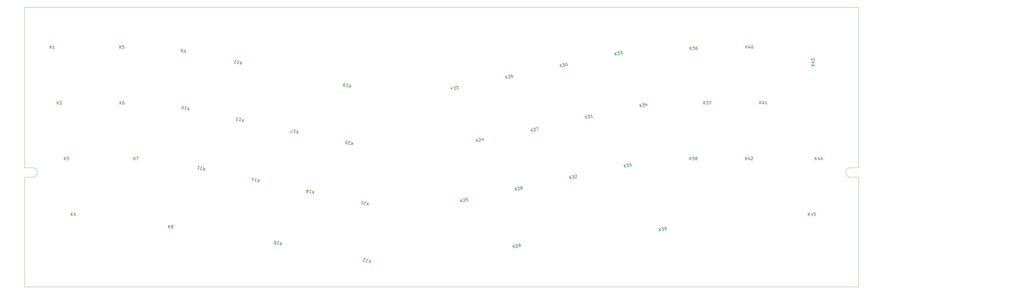
<source format=gto>
%TF.GenerationSoftware,KiCad,Pcbnew,(6.0.6)*%
%TF.CreationDate,2022-07-10T17:12:38+03:00*%
%TF.ProjectId,liisa,6c696973-612e-46b6-9963-61645f706362,rev?*%
%TF.SameCoordinates,Original*%
%TF.FileFunction,Legend,Top*%
%TF.FilePolarity,Positive*%
%FSLAX46Y46*%
G04 Gerber Fmt 4.6, Leading zero omitted, Abs format (unit mm)*
G04 Created by KiCad (PCBNEW (6.0.6)) date 2022-07-10 17:12:38*
%MOMM*%
%LPD*%
G01*
G04 APERTURE LIST*
G04 Aperture macros list*
%AMHorizOval*
0 Thick line with rounded ends*
0 $1 width*
0 $2 $3 position (X,Y) of the first rounded end (center of the circle)*
0 $4 $5 position (X,Y) of the second rounded end (center of the circle)*
0 Add line between two ends*
20,1,$1,$2,$3,$4,$5,0*
0 Add two circle primitives to create the rounded ends*
1,1,$1,$2,$3*
1,1,$1,$4,$5*%
G04 Aperture macros list end*
%TA.AperFunction,Profile*%
%ADD10C,0.100000*%
%TD*%
%ADD11C,0.200000*%
%ADD12C,4.000000*%
%ADD13O,6.700000X4.000000*%
%ADD14HorizOval,4.000000X-1.103684X-0.586839X1.103684X0.586839X0*%
%ADD15C,3.987800*%
%ADD16C,1.701800*%
%ADD17HorizOval,2.500000X-0.788523X0.802407X0.788523X-0.802407X0*%
%ADD18HorizOval,2.500000X-0.079448X0.278905X0.079448X-0.278905X0*%
%ADD19HorizOval,2.500000X-0.393983X1.053756X0.393983X-1.053756X0*%
%ADD20HorizOval,2.500000X0.040861X0.287107X-0.040861X-0.287107X0*%
%ADD21HorizOval,2.500000X-0.604462X0.948815X0.604462X-0.948815X0*%
%ADD22HorizOval,2.500000X-0.019724X0.289328X0.019724X-0.289328X0*%
%ADD23C,3.048000*%
%ADD24HorizOval,2.500000X0.948815X0.604462X-0.948815X-0.604462X0*%
%ADD25HorizOval,2.500000X0.289328X0.019724X-0.289328X-0.019724X0*%
%ADD26C,1.700000*%
%ADD27R,1.700000X1.700000*%
G04 APERTURE END LIST*
D10*
X320410000Y-113520000D02*
X320410000Y-76010000D01*
X38210000Y-72820000D02*
X35410000Y-72820000D01*
X368553350Y-22485001D02*
X368553350Y-22485001D01*
X35410000Y-17920000D02*
X320410000Y-17920000D01*
X38210000Y-76020000D02*
G75*
G03*
X38210000Y-72820000I0J1600000D01*
G01*
X320410000Y-76010000D02*
X317610000Y-76010000D01*
X320410000Y-17920000D02*
X320410000Y-72810000D01*
X35410000Y-76020000D02*
X35410000Y-113520000D01*
X38210000Y-76020000D02*
X35410000Y-76020000D01*
X320410000Y-72810000D02*
X317610000Y-72810000D01*
X317610000Y-72810000D02*
G75*
G03*
X317610000Y-76010000I0J-1600000D01*
G01*
X320410000Y-113520000D02*
X35410000Y-113520000D01*
X35410000Y-72820000D02*
X35410000Y-17920000D01*
D11*
%TO.C,K24*%
X189913433Y-63994360D02*
X189705521Y-63016212D01*
X190472375Y-63875553D02*
X189934362Y-63405717D01*
X190264463Y-62897406D02*
X189824328Y-63575154D01*
X190656892Y-62911358D02*
X190693570Y-62854879D01*
X190776826Y-62788500D01*
X191009718Y-62738997D01*
X191112776Y-62765774D01*
X191169255Y-62802452D01*
X191235634Y-62885708D01*
X191255435Y-62978865D01*
X191238559Y-63128501D01*
X190798424Y-63806249D01*
X191403944Y-63677542D01*
X192103748Y-62847234D02*
X192242356Y-63499332D01*
X191791651Y-62524109D02*
X191707268Y-63272289D01*
X192312787Y-63143581D01*
%TO.C,K14*%
X115691818Y-76792184D02*
X115483907Y-77770332D01*
X115132877Y-76673378D02*
X115433276Y-77321424D01*
X114924965Y-77651525D02*
X115602713Y-77211390D01*
X114201308Y-76475367D02*
X114760249Y-76594173D01*
X114480779Y-76534770D02*
X114272867Y-77512917D01*
X114395725Y-77392983D01*
X114508683Y-77319627D01*
X114611741Y-77292850D01*
X113224288Y-76949255D02*
X113362896Y-76297157D01*
X113377976Y-77371385D02*
X113759376Y-76722211D01*
X113153856Y-76593504D01*
%TO.C,K34*%
X245814568Y-52112207D02*
X245606656Y-51134059D01*
X246373510Y-51993400D02*
X245835497Y-51523564D01*
X246165598Y-51015253D02*
X245725463Y-51693001D01*
X246491647Y-50945949D02*
X247097167Y-50817242D01*
X246850322Y-51259173D01*
X246990058Y-51229472D01*
X247093115Y-51256249D01*
X247149594Y-51292927D01*
X247215974Y-51376183D01*
X247265477Y-51609075D01*
X247238699Y-51712133D01*
X247202021Y-51768612D01*
X247118765Y-51834991D01*
X246839294Y-51894395D01*
X246736237Y-51867617D01*
X246679758Y-51830940D01*
X248004883Y-50965081D02*
X248143491Y-51617179D01*
X247692786Y-50641956D02*
X247608403Y-51390136D01*
X248213922Y-51261428D01*
%TO.C,K13*%
X110335680Y-56178112D02*
X110127769Y-57156260D01*
X109776739Y-56059306D02*
X110077138Y-56707352D01*
X109568827Y-57037453D02*
X110246575Y-56597318D01*
X108845170Y-55861295D02*
X109404111Y-55980101D01*
X109124641Y-55920698D02*
X108916729Y-56898845D01*
X109039587Y-56778911D01*
X109152545Y-56705555D01*
X109255603Y-56678778D01*
X108311209Y-56770138D02*
X107705689Y-56641431D01*
X108110943Y-56338107D01*
X107971207Y-56308406D01*
X107887951Y-56242026D01*
X107851273Y-56185547D01*
X107824496Y-56082490D01*
X107873998Y-55849597D01*
X107940378Y-55766341D01*
X107996857Y-55729663D01*
X108099915Y-55702886D01*
X108379385Y-55762289D01*
X108462642Y-55828669D01*
X108499320Y-55885148D01*
%TO.C,K18*%
X134325530Y-80752902D02*
X134117619Y-81731050D01*
X133766589Y-80634096D02*
X134066988Y-81282142D01*
X133558677Y-81612243D02*
X134236425Y-81172108D01*
X132835020Y-80436085D02*
X133393961Y-80554891D01*
X133114491Y-80495488D02*
X132906579Y-81473635D01*
X133029437Y-81353701D01*
X133142395Y-81280345D01*
X133245453Y-81253568D01*
X132157272Y-80876219D02*
X132240528Y-80942599D01*
X132277206Y-80999078D01*
X132303983Y-81102135D01*
X132294083Y-81148714D01*
X132227703Y-81231970D01*
X132171224Y-81268648D01*
X132068167Y-81295425D01*
X131881853Y-81255823D01*
X131798596Y-81189444D01*
X131761919Y-81132965D01*
X131735141Y-81029907D01*
X131745042Y-80983329D01*
X131811421Y-80900072D01*
X131867900Y-80863394D01*
X131970958Y-80836617D01*
X132157272Y-80876219D01*
X132260329Y-80849442D01*
X132316808Y-80812764D01*
X132383188Y-80729508D01*
X132422790Y-80543194D01*
X132396013Y-80440136D01*
X132359335Y-80383657D01*
X132276078Y-80317278D01*
X132089765Y-80277676D01*
X131986707Y-80304453D01*
X131930228Y-80341131D01*
X131863848Y-80424387D01*
X131824246Y-80610701D01*
X131851024Y-80713759D01*
X131887701Y-80770238D01*
X131970958Y-80836617D01*
%TO.C,K31*%
X227180857Y-56072926D02*
X226972945Y-55094778D01*
X227739799Y-55954119D02*
X227201786Y-55484283D01*
X227531887Y-54975972D02*
X227091752Y-55653720D01*
X227857936Y-54906668D02*
X228463456Y-54777961D01*
X228216611Y-55219892D01*
X228356347Y-55190191D01*
X228459404Y-55216968D01*
X228515883Y-55253646D01*
X228582263Y-55336902D01*
X228631766Y-55569794D01*
X228604988Y-55672852D01*
X228568310Y-55729331D01*
X228485054Y-55795710D01*
X228205583Y-55855114D01*
X228102526Y-55828336D01*
X228046047Y-55791659D01*
X229602937Y-55558097D02*
X229043995Y-55676904D01*
X229323466Y-55617500D02*
X229115554Y-54639353D01*
X229052099Y-54798889D01*
X228978743Y-54911847D01*
X228895487Y-54978227D01*
%TO.C,K17*%
X128969392Y-60138832D02*
X128761481Y-61116980D01*
X128410451Y-60020026D02*
X128710850Y-60668072D01*
X128202539Y-60998173D02*
X128880287Y-60558038D01*
X127478882Y-59822015D02*
X128037823Y-59940821D01*
X127758353Y-59881418D02*
X127550441Y-60859565D01*
X127673299Y-60739631D01*
X127786257Y-60666275D01*
X127889315Y-60639498D01*
X126944921Y-60730858D02*
X126292823Y-60592250D01*
X126919940Y-59703208D01*
%TO.C,K25*%
X184557295Y-84608431D02*
X184349383Y-83630283D01*
X185116237Y-84489624D02*
X184578224Y-84019788D01*
X184908325Y-83511477D02*
X184468190Y-84189225D01*
X185300754Y-83525429D02*
X185337432Y-83468950D01*
X185420688Y-83402571D01*
X185653580Y-83353068D01*
X185756638Y-83379845D01*
X185813117Y-83416523D01*
X185879496Y-83499779D01*
X185899297Y-83592936D01*
X185882421Y-83742572D01*
X185442286Y-84420320D01*
X186047806Y-84291613D01*
X186724885Y-83125355D02*
X186259100Y-83224361D01*
X186311527Y-83700046D01*
X186348205Y-83643567D01*
X186431462Y-83577187D01*
X186664354Y-83527684D01*
X186767411Y-83554462D01*
X186823890Y-83591140D01*
X186890270Y-83674396D01*
X186939773Y-83907288D01*
X186912995Y-84010346D01*
X186876317Y-84066825D01*
X186793061Y-84133204D01*
X186560169Y-84182707D01*
X186457111Y-84155930D01*
X186400632Y-84119252D01*
%TO.C,K26*%
X199927999Y-42390110D02*
X199720087Y-41411962D01*
X200486941Y-42271303D02*
X199948928Y-41801467D01*
X200279029Y-41293156D02*
X199838894Y-41970904D01*
X200671458Y-41307108D02*
X200708136Y-41250629D01*
X200791392Y-41184250D01*
X201024284Y-41134747D01*
X201127342Y-41161524D01*
X201183821Y-41198202D01*
X201250200Y-41281458D01*
X201270001Y-41374615D01*
X201253125Y-41524251D01*
X200812990Y-42201999D01*
X201418510Y-42073292D01*
X202049010Y-40916935D02*
X201862696Y-40956537D01*
X201779440Y-41022916D01*
X201742762Y-41079395D01*
X201679307Y-41238932D01*
X201672331Y-41435146D01*
X201751535Y-41807774D01*
X201817915Y-41891030D01*
X201874394Y-41927708D01*
X201977451Y-41954486D01*
X202163765Y-41914883D01*
X202247021Y-41848504D01*
X202283699Y-41792025D01*
X202310477Y-41688967D01*
X202260974Y-41456075D01*
X202194594Y-41372819D01*
X202138115Y-41336141D01*
X202035058Y-41309363D01*
X201848744Y-41348966D01*
X201765488Y-41415345D01*
X201728810Y-41471824D01*
X201702032Y-41574882D01*
%TO.C,K37*%
X267514464Y-51077880D02*
X267514464Y-50077880D01*
X268085892Y-51077880D02*
X267657321Y-50506452D01*
X268085892Y-50077880D02*
X267514464Y-50649309D01*
X268419226Y-50077880D02*
X269038273Y-50077880D01*
X268704940Y-50458833D01*
X268847797Y-50458833D01*
X268943035Y-50506452D01*
X268990654Y-50554071D01*
X269038273Y-50649309D01*
X269038273Y-50887404D01*
X268990654Y-50982642D01*
X268943035Y-51030261D01*
X268847797Y-51077880D01*
X268562083Y-51077880D01*
X268466845Y-51030261D01*
X268419226Y-50982642D01*
X269371607Y-50077880D02*
X270038273Y-50077880D01*
X269609702Y-51077880D01*
%TO.C,K22*%
X153749878Y-104342381D02*
X153541967Y-105320529D01*
X153190937Y-104223575D02*
X153491336Y-104871621D01*
X152983025Y-105201722D02*
X153660773Y-104761587D01*
X152630199Y-105029361D02*
X152573720Y-105066039D01*
X152470662Y-105092816D01*
X152237770Y-105043313D01*
X152154514Y-104976934D01*
X152117836Y-104920455D01*
X152091058Y-104817397D01*
X152110859Y-104724240D01*
X152187140Y-104594406D01*
X152864888Y-104154271D01*
X152259368Y-104025564D01*
X151698630Y-104831350D02*
X151642151Y-104868028D01*
X151539093Y-104894805D01*
X151306201Y-104845302D01*
X151222944Y-104778923D01*
X151186267Y-104722444D01*
X151159489Y-104619386D01*
X151179290Y-104526229D01*
X151255570Y-104396394D01*
X151933319Y-103956260D01*
X151327799Y-103827552D01*
%TO.C,K21*%
X152959242Y-84713620D02*
X152751331Y-85691768D01*
X152400301Y-84594814D02*
X152700700Y-85242860D01*
X152192389Y-85572961D02*
X152870137Y-85132826D01*
X151839563Y-85400600D02*
X151783084Y-85437278D01*
X151680026Y-85464055D01*
X151447134Y-85414552D01*
X151363878Y-85348173D01*
X151327200Y-85291694D01*
X151300422Y-85188636D01*
X151320223Y-85095479D01*
X151396504Y-84965645D01*
X152074252Y-84525510D01*
X151468732Y-84396803D01*
X150537163Y-84198791D02*
X151096104Y-84317598D01*
X150816633Y-84258195D02*
X150608722Y-85236342D01*
X150731580Y-85116408D01*
X150844538Y-85043052D01*
X150947596Y-85016275D01*
%TO.C,K2*%
X46534404Y-51077880D02*
X46534404Y-50077880D01*
X47105833Y-51077880D02*
X46677261Y-50506452D01*
X47105833Y-50077880D02*
X46534404Y-50649309D01*
X47486785Y-50173119D02*
X47534404Y-50125500D01*
X47629642Y-50077880D01*
X47867738Y-50077880D01*
X47962976Y-50125500D01*
X48010595Y-50173119D01*
X48058214Y-50268357D01*
X48058214Y-50363595D01*
X48010595Y-50506452D01*
X47439166Y-51077880D01*
X48058214Y-51077880D01*
%TO.C,K6*%
X67965654Y-51077880D02*
X67965654Y-50077880D01*
X68537083Y-51077880D02*
X68108511Y-50506452D01*
X68537083Y-50077880D02*
X67965654Y-50649309D01*
X69394226Y-50077880D02*
X69203750Y-50077880D01*
X69108511Y-50125500D01*
X69060892Y-50173119D01*
X68965654Y-50315976D01*
X68918035Y-50506452D01*
X68918035Y-50887404D01*
X68965654Y-50982642D01*
X69013273Y-51030261D01*
X69108511Y-51077880D01*
X69298988Y-51077880D01*
X69394226Y-51030261D01*
X69441845Y-50982642D01*
X69489464Y-50887404D01*
X69489464Y-50649309D01*
X69441845Y-50554071D01*
X69394226Y-50506452D01*
X69298988Y-50458833D01*
X69108511Y-50458833D01*
X69013273Y-50506452D01*
X68965654Y-50554071D01*
X68918035Y-50649309D01*
%TO.C,K38*%
X262751964Y-70127880D02*
X262751964Y-69127880D01*
X263323392Y-70127880D02*
X262894821Y-69556452D01*
X263323392Y-69127880D02*
X262751964Y-69699309D01*
X263656726Y-69127880D02*
X264275773Y-69127880D01*
X263942440Y-69508833D01*
X264085297Y-69508833D01*
X264180535Y-69556452D01*
X264228154Y-69604071D01*
X264275773Y-69699309D01*
X264275773Y-69937404D01*
X264228154Y-70032642D01*
X264180535Y-70080261D01*
X264085297Y-70127880D01*
X263799583Y-70127880D01*
X263704345Y-70080261D01*
X263656726Y-70032642D01*
X264847202Y-69556452D02*
X264751964Y-69508833D01*
X264704345Y-69461214D01*
X264656726Y-69365976D01*
X264656726Y-69318357D01*
X264704345Y-69223119D01*
X264751964Y-69175500D01*
X264847202Y-69127880D01*
X265037678Y-69127880D01*
X265132916Y-69175500D01*
X265180535Y-69223119D01*
X265228154Y-69318357D01*
X265228154Y-69365976D01*
X265180535Y-69461214D01*
X265132916Y-69508833D01*
X265037678Y-69556452D01*
X264847202Y-69556452D01*
X264751964Y-69604071D01*
X264704345Y-69651690D01*
X264656726Y-69746928D01*
X264656726Y-69937404D01*
X264704345Y-70032642D01*
X264751964Y-70080261D01*
X264847202Y-70127880D01*
X265037678Y-70127880D01*
X265132916Y-70080261D01*
X265180535Y-70032642D01*
X265228154Y-69937404D01*
X265228154Y-69746928D01*
X265180535Y-69651690D01*
X265132916Y-69604071D01*
X265037678Y-69556452D01*
%TO.C,K1*%
X44153154Y-32027880D02*
X44153154Y-31027880D01*
X44724583Y-32027880D02*
X44296011Y-31456452D01*
X44724583Y-31027880D02*
X44153154Y-31599309D01*
X45676964Y-32027880D02*
X45105535Y-32027880D01*
X45391250Y-32027880D02*
X45391250Y-31027880D01*
X45296011Y-31170738D01*
X45200773Y-31265976D01*
X45105535Y-31313595D01*
%TO.C,K7*%
X72728154Y-70127880D02*
X72728154Y-69127880D01*
X73299583Y-70127880D02*
X72871011Y-69556452D01*
X73299583Y-69127880D02*
X72728154Y-69699309D01*
X73632916Y-69127880D02*
X74299583Y-69127880D01*
X73871011Y-70127880D01*
%TO.C,K11*%
X97058106Y-72831466D02*
X96850195Y-73809614D01*
X96499165Y-72712660D02*
X96799564Y-73360706D01*
X96291253Y-73690807D02*
X96969001Y-73250672D01*
X95567596Y-72514649D02*
X96126537Y-72633455D01*
X95847067Y-72574052D02*
X95639155Y-73552199D01*
X95762013Y-73432265D01*
X95874971Y-73358909D01*
X95978029Y-73332132D01*
X94636027Y-72316637D02*
X95194968Y-72435444D01*
X94915497Y-72376041D02*
X94707586Y-73354188D01*
X94830444Y-73234254D01*
X94943402Y-73160898D01*
X95046460Y-73134121D01*
%TO.C,K28*%
X203191007Y-80647714D02*
X202983095Y-79669566D01*
X203749949Y-80528907D02*
X203211936Y-80059071D01*
X203542037Y-79550760D02*
X203101902Y-80228508D01*
X203934466Y-79564712D02*
X203971144Y-79508233D01*
X204054400Y-79441854D01*
X204287292Y-79392351D01*
X204390350Y-79419128D01*
X204446829Y-79455806D01*
X204513208Y-79539062D01*
X204533009Y-79632219D01*
X204516133Y-79781855D01*
X204075998Y-80459603D01*
X204681518Y-80330896D01*
X205121653Y-79653148D02*
X205018595Y-79626371D01*
X204962116Y-79589693D01*
X204895737Y-79506436D01*
X204885836Y-79459858D01*
X204912613Y-79356801D01*
X204949291Y-79300322D01*
X205032548Y-79233942D01*
X205218861Y-79194340D01*
X205321919Y-79221117D01*
X205378398Y-79257795D01*
X205444777Y-79341051D01*
X205454678Y-79387630D01*
X205427901Y-79490687D01*
X205391223Y-79547166D01*
X205307966Y-79613546D01*
X205121653Y-79653148D01*
X205038396Y-79719528D01*
X205001718Y-79776007D01*
X204974941Y-79879064D01*
X205014543Y-80065378D01*
X205080923Y-80148634D01*
X205137402Y-80185312D01*
X205240459Y-80212090D01*
X205426773Y-80172487D01*
X205510029Y-80106108D01*
X205546707Y-80049629D01*
X205573485Y-79946571D01*
X205533882Y-79760257D01*
X205467503Y-79677001D01*
X205411024Y-79640323D01*
X205307966Y-79613546D01*
%TO.C,K8*%
X84634404Y-93447116D02*
X84634404Y-92447116D01*
X85205833Y-93447116D02*
X84777261Y-92875688D01*
X85205833Y-92447116D02*
X84634404Y-93018545D01*
X85777261Y-92875688D02*
X85682023Y-92828069D01*
X85634404Y-92780450D01*
X85586785Y-92685212D01*
X85586785Y-92637593D01*
X85634404Y-92542355D01*
X85682023Y-92494736D01*
X85777261Y-92447116D01*
X85967738Y-92447116D01*
X86062976Y-92494736D01*
X86110595Y-92542355D01*
X86158214Y-92637593D01*
X86158214Y-92685212D01*
X86110595Y-92780450D01*
X86062976Y-92828069D01*
X85967738Y-92875688D01*
X85777261Y-92875688D01*
X85682023Y-92923307D01*
X85634404Y-92970926D01*
X85586785Y-93066164D01*
X85586785Y-93256640D01*
X85634404Y-93351878D01*
X85682023Y-93399497D01*
X85777261Y-93447116D01*
X85967738Y-93447116D01*
X86062976Y-93399497D01*
X86110595Y-93351878D01*
X86158214Y-93256640D01*
X86158214Y-93066164D01*
X86110595Y-92970926D01*
X86062976Y-92923307D01*
X85967738Y-92875688D01*
%TO.C,K41*%
X286656371Y-51063324D02*
X286656371Y-50063324D01*
X287227799Y-51063324D02*
X286799228Y-50491896D01*
X287227799Y-50063324D02*
X286656371Y-50634753D01*
X288084942Y-50396658D02*
X288084942Y-51063324D01*
X287846847Y-50015705D02*
X287608752Y-50729991D01*
X288227799Y-50729991D01*
X289132561Y-51063324D02*
X288561133Y-51063324D01*
X288846847Y-51063324D02*
X288846847Y-50063324D01*
X288751609Y-50206182D01*
X288656371Y-50301420D01*
X288561133Y-50349039D01*
%TO.C,K15*%
X123284754Y-98336131D02*
X123076843Y-99314279D01*
X122725813Y-98217325D02*
X123026212Y-98865371D01*
X122517901Y-99195472D02*
X123195649Y-98755337D01*
X121794244Y-98019314D02*
X122353185Y-98138120D01*
X122073715Y-98078717D02*
X121865803Y-99056864D01*
X121988661Y-98936930D01*
X122101619Y-98863574D01*
X122204677Y-98836797D01*
X120701341Y-98809351D02*
X121167126Y-98908356D01*
X121312710Y-98452472D01*
X121256231Y-98489150D01*
X121153174Y-98515927D01*
X120920281Y-98466425D01*
X120837025Y-98400045D01*
X120800347Y-98343566D01*
X120773570Y-98240509D01*
X120823072Y-98007616D01*
X120889452Y-97924360D01*
X120945931Y-97887682D01*
X121048989Y-97860905D01*
X121281881Y-97910407D01*
X121365137Y-97976787D01*
X121401815Y-98033266D01*
%TO.C,K9*%
X90538474Y-32494499D02*
X90330562Y-33472646D01*
X89979532Y-32375692D02*
X90279932Y-33023739D01*
X89771621Y-33353840D02*
X90449369Y-32913705D01*
X89513748Y-32276687D02*
X89327434Y-32237084D01*
X89224377Y-32263862D01*
X89167898Y-32300540D01*
X89045039Y-32420474D01*
X88958858Y-32596887D01*
X88879654Y-32969515D01*
X88906431Y-33072572D01*
X88943109Y-33129051D01*
X89026365Y-33195431D01*
X89212679Y-33235033D01*
X89315737Y-33208256D01*
X89372216Y-33171578D01*
X89438595Y-33088321D01*
X89488098Y-32855429D01*
X89461321Y-32752372D01*
X89424643Y-32695893D01*
X89341386Y-32629513D01*
X89155073Y-32589911D01*
X89052015Y-32616688D01*
X88995536Y-32653366D01*
X88929157Y-32736622D01*
%TO.C,K45*%
X303233214Y-89177880D02*
X303233214Y-88177880D01*
X303804642Y-89177880D02*
X303376071Y-88606452D01*
X303804642Y-88177880D02*
X303233214Y-88749309D01*
X304661785Y-88511214D02*
X304661785Y-89177880D01*
X304423690Y-88130261D02*
X304185595Y-88844547D01*
X304804642Y-88844547D01*
X305661785Y-88177880D02*
X305185595Y-88177880D01*
X305137976Y-88654071D01*
X305185595Y-88606452D01*
X305280833Y-88558833D01*
X305518928Y-88558833D01*
X305614166Y-88606452D01*
X305661785Y-88654071D01*
X305709404Y-88749309D01*
X305709404Y-88987404D01*
X305661785Y-89082642D01*
X305614166Y-89130261D01*
X305518928Y-89177880D01*
X305280833Y-89177880D01*
X305185595Y-89130261D01*
X305137976Y-89082642D01*
%TO.C,K42*%
X281801964Y-70127880D02*
X281801964Y-69127880D01*
X282373392Y-70127880D02*
X281944821Y-69556452D01*
X282373392Y-69127880D02*
X281801964Y-69699309D01*
X283230535Y-69461214D02*
X283230535Y-70127880D01*
X282992440Y-69080261D02*
X282754345Y-69794547D01*
X283373392Y-69794547D01*
X283706726Y-69223119D02*
X283754345Y-69175500D01*
X283849583Y-69127880D01*
X284087678Y-69127880D01*
X284182916Y-69175500D01*
X284230535Y-69223119D01*
X284278154Y-69318357D01*
X284278154Y-69413595D01*
X284230535Y-69556452D01*
X283659107Y-70127880D01*
X284278154Y-70127880D01*
%TO.C,K35*%
X240458430Y-72726278D02*
X240250518Y-71748130D01*
X241017372Y-72607471D02*
X240479359Y-72137635D01*
X240809460Y-71629324D02*
X240369325Y-72307072D01*
X241135509Y-71560020D02*
X241741029Y-71431313D01*
X241494184Y-71873244D01*
X241633920Y-71843543D01*
X241736977Y-71870320D01*
X241793456Y-71906998D01*
X241859836Y-71990254D01*
X241909339Y-72223146D01*
X241882561Y-72326204D01*
X241845883Y-72382683D01*
X241762627Y-72449062D01*
X241483156Y-72508466D01*
X241380099Y-72481688D01*
X241323620Y-72445011D01*
X242626020Y-71243202D02*
X242160235Y-71342208D01*
X242212662Y-71817893D01*
X242249340Y-71761414D01*
X242332597Y-71695034D01*
X242565489Y-71645531D01*
X242668546Y-71672309D01*
X242725025Y-71708987D01*
X242791405Y-71792243D01*
X242840908Y-72025135D01*
X242814130Y-72128193D01*
X242777452Y-72184672D01*
X242694196Y-72251051D01*
X242461304Y-72300554D01*
X242358246Y-72273777D01*
X242301767Y-72237099D01*
%TO.C,K4*%
X51296904Y-89177880D02*
X51296904Y-88177880D01*
X51868333Y-89177880D02*
X51439761Y-88606452D01*
X51868333Y-88177880D02*
X51296904Y-88749309D01*
X52725476Y-88511214D02*
X52725476Y-89177880D01*
X52487380Y-88130261D02*
X52249285Y-88844547D01*
X52868333Y-88844547D01*
%TO.C,K44*%
X305614464Y-70127880D02*
X305614464Y-69127880D01*
X306185892Y-70127880D02*
X305757321Y-69556452D01*
X306185892Y-69127880D02*
X305614464Y-69699309D01*
X307043035Y-69461214D02*
X307043035Y-70127880D01*
X306804940Y-69080261D02*
X306566845Y-69794547D01*
X307185892Y-69794547D01*
X307995416Y-69461214D02*
X307995416Y-70127880D01*
X307757321Y-69080261D02*
X307519226Y-69794547D01*
X308138273Y-69794547D01*
%TO.C,K39*%
X252396969Y-94533148D02*
X252189057Y-93555000D01*
X252955911Y-94414341D02*
X252417898Y-93944505D01*
X252747999Y-93436194D02*
X252307864Y-94113942D01*
X253074048Y-93366890D02*
X253679568Y-93238183D01*
X253432723Y-93680114D01*
X253572459Y-93650413D01*
X253675516Y-93677190D01*
X253731995Y-93713868D01*
X253798375Y-93797124D01*
X253847878Y-94030016D01*
X253821100Y-94133074D01*
X253784422Y-94189553D01*
X253701166Y-94255932D01*
X253421695Y-94315336D01*
X253318638Y-94288558D01*
X253262159Y-94251881D01*
X254353264Y-94117325D02*
X254539578Y-94077722D01*
X254622835Y-94011343D01*
X254659512Y-93954864D01*
X254722968Y-93795327D01*
X254729944Y-93599113D01*
X254650739Y-93226485D01*
X254584360Y-93143229D01*
X254527881Y-93106551D01*
X254424823Y-93079774D01*
X254238510Y-93119376D01*
X254155253Y-93185756D01*
X254118575Y-93242235D01*
X254091798Y-93345292D01*
X254141301Y-93578184D01*
X254207680Y-93661441D01*
X254264159Y-93698119D01*
X254367217Y-93724896D01*
X254553531Y-93685294D01*
X254636787Y-93618914D01*
X254673465Y-93562435D01*
X254700242Y-93459378D01*
%TO.C,K36*%
X262843871Y-32457823D02*
X262843871Y-31457823D01*
X263415299Y-32457823D02*
X262986728Y-31886395D01*
X263415299Y-31457823D02*
X262843871Y-32029252D01*
X263748633Y-31457823D02*
X264367680Y-31457823D01*
X264034347Y-31838776D01*
X264177204Y-31838776D01*
X264272442Y-31886395D01*
X264320061Y-31934014D01*
X264367680Y-32029252D01*
X264367680Y-32267347D01*
X264320061Y-32362585D01*
X264272442Y-32410204D01*
X264177204Y-32457823D01*
X263891490Y-32457823D01*
X263796252Y-32410204D01*
X263748633Y-32362585D01*
X265224823Y-31457823D02*
X265034347Y-31457823D01*
X264939109Y-31505443D01*
X264891490Y-31553062D01*
X264796252Y-31695919D01*
X264748633Y-31886395D01*
X264748633Y-32267347D01*
X264796252Y-32362585D01*
X264843871Y-32410204D01*
X264939109Y-32457823D01*
X265129585Y-32457823D01*
X265224823Y-32410204D01*
X265272442Y-32362585D01*
X265320061Y-32267347D01*
X265320061Y-32029252D01*
X265272442Y-31934014D01*
X265224823Y-31886395D01*
X265129585Y-31838776D01*
X264939109Y-31838776D01*
X264843871Y-31886395D01*
X264796252Y-31934014D01*
X264748633Y-32029252D01*
%TO.C,K30*%
X218561711Y-38429393D02*
X218353799Y-37451245D01*
X219120653Y-38310586D02*
X218582640Y-37840750D01*
X218912741Y-37332439D02*
X218472606Y-38010187D01*
X219238790Y-37263135D02*
X219844310Y-37134428D01*
X219597465Y-37576359D01*
X219737201Y-37546658D01*
X219840258Y-37573435D01*
X219896737Y-37610113D01*
X219963117Y-37693369D01*
X220012620Y-37926261D01*
X219985842Y-38029319D01*
X219949164Y-38085798D01*
X219865908Y-38152177D01*
X219586437Y-38211581D01*
X219483380Y-38184803D01*
X219426901Y-38148126D01*
X220449830Y-37005720D02*
X220542987Y-36985919D01*
X220646044Y-37012697D01*
X220702523Y-37049375D01*
X220768903Y-37132631D01*
X220855084Y-37309044D01*
X220904586Y-37541936D01*
X220897610Y-37738151D01*
X220870833Y-37841208D01*
X220834155Y-37897687D01*
X220750899Y-37964067D01*
X220657742Y-37983868D01*
X220554684Y-37957091D01*
X220498205Y-37920413D01*
X220431826Y-37837156D01*
X220345645Y-37660743D01*
X220296142Y-37427851D01*
X220303118Y-37231636D01*
X220329896Y-37128579D01*
X220366574Y-37072100D01*
X220449830Y-37005720D01*
%TO.C,K29*%
X202493296Y-100271604D02*
X202285384Y-99293456D01*
X203052238Y-100152797D02*
X202514225Y-99682961D01*
X202844326Y-99174650D02*
X202404191Y-99852398D01*
X203236755Y-99188602D02*
X203273433Y-99132123D01*
X203356689Y-99065744D01*
X203589581Y-99016241D01*
X203692639Y-99043018D01*
X203749118Y-99079696D01*
X203815497Y-99162952D01*
X203835298Y-99256109D01*
X203818422Y-99405745D01*
X203378287Y-100083493D01*
X203983807Y-99954786D01*
X204449591Y-99855781D02*
X204635905Y-99816178D01*
X204719162Y-99749799D01*
X204755839Y-99693320D01*
X204819295Y-99533783D01*
X204826271Y-99337569D01*
X204747066Y-98964941D01*
X204680687Y-98881685D01*
X204624208Y-98845007D01*
X204521150Y-98818230D01*
X204334837Y-98857832D01*
X204251580Y-98924212D01*
X204214902Y-98980691D01*
X204188125Y-99083748D01*
X204237628Y-99316640D01*
X204304007Y-99399897D01*
X204360486Y-99436575D01*
X204463544Y-99463352D01*
X204649858Y-99423750D01*
X204733114Y-99357370D01*
X204769792Y-99300891D01*
X204796569Y-99197834D01*
%TO.C,K33*%
X237287330Y-34454119D02*
X237079418Y-33475971D01*
X237846272Y-34335312D02*
X237308259Y-33865476D01*
X237638360Y-33357165D02*
X237198225Y-34034913D01*
X237964409Y-33287861D02*
X238569929Y-33159154D01*
X238323084Y-33601085D01*
X238462820Y-33571384D01*
X238565877Y-33598161D01*
X238622356Y-33634839D01*
X238688736Y-33718095D01*
X238738239Y-33950987D01*
X238711461Y-34054045D01*
X238674783Y-34110524D01*
X238591527Y-34176903D01*
X238312056Y-34236307D01*
X238208999Y-34209529D01*
X238152520Y-34172852D01*
X238895978Y-33089850D02*
X239501498Y-32961142D01*
X239254653Y-33403074D01*
X239394389Y-33373372D01*
X239497446Y-33400150D01*
X239553925Y-33436828D01*
X239620305Y-33520084D01*
X239669808Y-33752976D01*
X239643030Y-33856034D01*
X239606352Y-33912513D01*
X239523096Y-33978892D01*
X239243625Y-34038296D01*
X239140568Y-34011518D01*
X239084089Y-33974840D01*
%TO.C,K40*%
X281893872Y-32013323D02*
X281893872Y-31013323D01*
X282465300Y-32013323D02*
X282036729Y-31441895D01*
X282465300Y-31013323D02*
X281893872Y-31584752D01*
X283322443Y-31346657D02*
X283322443Y-32013323D01*
X283084348Y-30965704D02*
X282846253Y-31679990D01*
X283465300Y-31679990D01*
X284036729Y-31013323D02*
X284131967Y-31013323D01*
X284227205Y-31060943D01*
X284274824Y-31108562D01*
X284322443Y-31203800D01*
X284370062Y-31394276D01*
X284370062Y-31632371D01*
X284322443Y-31822847D01*
X284274824Y-31918085D01*
X284227205Y-31965704D01*
X284131967Y-32013323D01*
X284036729Y-32013323D01*
X283941491Y-31965704D01*
X283893872Y-31918085D01*
X283846253Y-31822847D01*
X283798634Y-31632371D01*
X283798634Y-31394276D01*
X283846253Y-31203800D01*
X283893872Y-31108562D01*
X283941491Y-31060943D01*
X284036729Y-31013323D01*
%TO.C,K32*%
X221824718Y-76686995D02*
X221616806Y-75708847D01*
X222383660Y-76568188D02*
X221845647Y-76098352D01*
X222175748Y-75590041D02*
X221735613Y-76267789D01*
X222501797Y-75520737D02*
X223107317Y-75392030D01*
X222860472Y-75833961D01*
X223000208Y-75804260D01*
X223103265Y-75831037D01*
X223159744Y-75867715D01*
X223226124Y-75950971D01*
X223275627Y-76183863D01*
X223248849Y-76286921D01*
X223212171Y-76343400D01*
X223128915Y-76409779D01*
X222849444Y-76469183D01*
X222746387Y-76442405D01*
X222689908Y-76405728D01*
X223499746Y-75405982D02*
X223536424Y-75349503D01*
X223619680Y-75283124D01*
X223852572Y-75233621D01*
X223955630Y-75260398D01*
X224012109Y-75297076D01*
X224078488Y-75380332D01*
X224098290Y-75473489D01*
X224081413Y-75623125D01*
X223641278Y-76300873D01*
X224246798Y-76172166D01*
%TO.C,K19*%
X146905393Y-44475658D02*
X146697482Y-45453806D01*
X146346452Y-44356852D02*
X146646851Y-45004898D01*
X146138540Y-45334999D02*
X146816288Y-44894864D01*
X145414883Y-44158841D02*
X145973824Y-44277647D01*
X145694354Y-44218244D02*
X145486442Y-45196391D01*
X145609300Y-45076457D01*
X145722258Y-45003101D01*
X145825316Y-44976324D01*
X144949098Y-44059835D02*
X144762784Y-44020233D01*
X144659727Y-44047010D01*
X144603248Y-44083688D01*
X144480389Y-44203622D01*
X144394209Y-44380036D01*
X144315004Y-44752663D01*
X144341782Y-44855721D01*
X144378459Y-44912200D01*
X144461716Y-44978579D01*
X144648030Y-45018181D01*
X144751087Y-44991404D01*
X144807566Y-44954726D01*
X144873946Y-44871470D01*
X144923448Y-44638578D01*
X144896671Y-44535520D01*
X144859993Y-44479041D01*
X144776737Y-44412662D01*
X144590423Y-44373059D01*
X144487366Y-44399837D01*
X144430887Y-44436515D01*
X144364507Y-44519771D01*
%TO.C,K5*%
X67924366Y-32027880D02*
X67924366Y-31027880D01*
X68495795Y-32027880D02*
X68067223Y-31456452D01*
X68495795Y-31027880D02*
X67924366Y-31599309D01*
X69400557Y-31027880D02*
X68924366Y-31027880D01*
X68876747Y-31504071D01*
X68924366Y-31456452D01*
X69019604Y-31408833D01*
X69257700Y-31408833D01*
X69352938Y-31456452D01*
X69400557Y-31504071D01*
X69448176Y-31599309D01*
X69448176Y-31837404D01*
X69400557Y-31932642D01*
X69352938Y-31980261D01*
X69257700Y-32027880D01*
X69019604Y-32027880D01*
X68924366Y-31980261D01*
X68876747Y-31932642D01*
%TO.C,K20*%
X147603104Y-64099549D02*
X147395193Y-65077697D01*
X147044163Y-63980743D02*
X147344562Y-64628789D01*
X146836251Y-64958890D02*
X147513999Y-64518755D01*
X146483425Y-64786529D02*
X146426946Y-64823207D01*
X146323888Y-64849984D01*
X146090996Y-64800481D01*
X146007740Y-64734102D01*
X145971062Y-64677623D01*
X145944284Y-64574565D01*
X145964085Y-64481408D01*
X146040366Y-64351574D01*
X146718114Y-63911439D01*
X146112594Y-63782732D01*
X145299162Y-64632172D02*
X145206005Y-64612371D01*
X145122749Y-64545991D01*
X145086071Y-64489512D01*
X145059294Y-64386455D01*
X145052317Y-64190240D01*
X145101820Y-63957348D01*
X145188001Y-63780935D01*
X145254380Y-63697678D01*
X145310859Y-63661001D01*
X145413917Y-63634223D01*
X145507074Y-63654024D01*
X145590330Y-63720404D01*
X145627008Y-63776883D01*
X145653785Y-63879940D01*
X145660762Y-64076155D01*
X145611259Y-64309047D01*
X145525078Y-64485460D01*
X145458699Y-64568717D01*
X145402220Y-64605395D01*
X145299162Y-64632172D01*
%TO.C,K23*%
X181294287Y-46350828D02*
X181086375Y-45372680D01*
X181853229Y-46232021D02*
X181315216Y-45762185D01*
X181645317Y-45253874D02*
X181205182Y-45931622D01*
X182037746Y-45267826D02*
X182074424Y-45211347D01*
X182157680Y-45144968D01*
X182390572Y-45095465D01*
X182493630Y-45122242D01*
X182550109Y-45158920D01*
X182616488Y-45242176D01*
X182636289Y-45335333D01*
X182619413Y-45484969D01*
X182179278Y-46162717D01*
X182784798Y-46034010D01*
X182902935Y-44986559D02*
X183508455Y-44857851D01*
X183261610Y-45299783D01*
X183401346Y-45270081D01*
X183504403Y-45296859D01*
X183560882Y-45333537D01*
X183627262Y-45416793D01*
X183676765Y-45649685D01*
X183649987Y-45752743D01*
X183613309Y-45809222D01*
X183530053Y-45875601D01*
X183250582Y-45935005D01*
X183147525Y-45908227D01*
X183091046Y-45871549D01*
%TO.C,K3*%
X48915654Y-70127880D02*
X48915654Y-69127880D01*
X49487083Y-70127880D02*
X49058511Y-69556452D01*
X49487083Y-69127880D02*
X48915654Y-69699309D01*
X49820416Y-69127880D02*
X50439464Y-69127880D01*
X50106130Y-69508833D01*
X50248988Y-69508833D01*
X50344226Y-69556452D01*
X50391845Y-69604071D01*
X50439464Y-69699309D01*
X50439464Y-69937404D01*
X50391845Y-70032642D01*
X50344226Y-70080261D01*
X50248988Y-70127880D01*
X49963273Y-70127880D01*
X49868035Y-70080261D01*
X49820416Y-70032642D01*
%TO.C,K43*%
X305344380Y-37996785D02*
X304344380Y-37996785D01*
X305344380Y-37425357D02*
X304772952Y-37853928D01*
X304344380Y-37425357D02*
X304915809Y-37996785D01*
X304677714Y-36568214D02*
X305344380Y-36568214D01*
X304296761Y-36806309D02*
X305011047Y-37044404D01*
X305011047Y-36425357D01*
X304344380Y-36139642D02*
X304344380Y-35520595D01*
X304725333Y-35853928D01*
X304725333Y-35711071D01*
X304772952Y-35615833D01*
X304820571Y-35568214D01*
X304915809Y-35520595D01*
X305153904Y-35520595D01*
X305249142Y-35568214D01*
X305296761Y-35615833D01*
X305344380Y-35711071D01*
X305344380Y-35996785D01*
X305296761Y-36092023D01*
X305249142Y-36139642D01*
%TO.C,K10*%
X91701968Y-52217396D02*
X91494057Y-53195544D01*
X91143027Y-52098590D02*
X91443426Y-52746636D01*
X90935115Y-53076737D02*
X91612863Y-52636602D01*
X90211458Y-51900579D02*
X90770399Y-52019385D01*
X90490929Y-51959982D02*
X90283017Y-52938129D01*
X90405875Y-52818195D01*
X90518833Y-52744839D01*
X90621891Y-52718062D01*
X89398026Y-52750019D02*
X89304869Y-52730218D01*
X89221613Y-52663838D01*
X89184935Y-52607359D01*
X89158158Y-52504302D01*
X89151181Y-52308087D01*
X89200684Y-52075195D01*
X89286865Y-51898782D01*
X89353244Y-51815525D01*
X89409723Y-51778848D01*
X89512781Y-51752070D01*
X89605938Y-51771871D01*
X89689194Y-51838251D01*
X89725872Y-51894730D01*
X89752649Y-51997787D01*
X89759626Y-52194002D01*
X89710123Y-52426894D01*
X89623942Y-52603307D01*
X89557563Y-52686564D01*
X89501084Y-52723242D01*
X89398026Y-52750019D01*
%TO.C,K27*%
X208639561Y-60468430D02*
X208431649Y-59490282D01*
X209198503Y-60349623D02*
X208660490Y-59879787D01*
X208990591Y-59371476D02*
X208550456Y-60049224D01*
X209383020Y-59385428D02*
X209419698Y-59328949D01*
X209502954Y-59262570D01*
X209735846Y-59213067D01*
X209838904Y-59239844D01*
X209895383Y-59276522D01*
X209961762Y-59359778D01*
X209981563Y-59452935D01*
X209964687Y-59602571D01*
X209524552Y-60280319D01*
X210130072Y-60151612D01*
X210248209Y-59104161D02*
X210900308Y-58965553D01*
X210689013Y-60032806D01*
%TO.C,K12*%
X109637970Y-36554222D02*
X109430059Y-37532370D01*
X109079029Y-36435416D02*
X109379428Y-37083462D01*
X108871117Y-37413563D02*
X109548865Y-36973428D01*
X108147460Y-36237405D02*
X108706401Y-36356211D01*
X108426931Y-36296808D02*
X108219019Y-37274955D01*
X108341877Y-37155021D01*
X108454835Y-37081665D01*
X108557893Y-37054888D01*
X107586722Y-37043191D02*
X107530243Y-37079869D01*
X107427185Y-37106646D01*
X107194293Y-37057143D01*
X107111036Y-36990764D01*
X107074359Y-36934285D01*
X107047581Y-36831227D01*
X107067382Y-36738070D01*
X107143662Y-36608235D01*
X107821411Y-36168101D01*
X107215891Y-36039393D01*
%TD*%
D12*
%TO.C,HOLE_M3*%
X225910000Y-103120000D03*
%TD*%
D13*
%TO.C,HOLE_M3*%
X61710000Y-45820000D03*
%TD*%
D14*
%TO.C,HOLE_M3*%
X294409020Y-46401931D03*
%TD*%
D12*
%TO.C,HOLE_M3*%
X163400000Y-64920000D03*
%TD*%
%LPC*%
D15*
%TO.C,K24*%
X190109366Y-59075760D03*
D16*
X185140376Y-60131951D03*
X195078356Y-58019569D03*
D17*
X192561387Y-54955928D03*
D18*
X186648537Y-54914370D03*
%TD*%
D12*
%TO.C,HOLE_M3*%
X225910000Y-103120000D03*
%TD*%
D13*
%TO.C,HOLE_M3*%
X61710000Y-45820000D03*
%TD*%
D14*
%TO.C,HOLE_M3*%
X294409020Y-46401931D03*
%TD*%
D12*
%TO.C,HOLE_M3*%
X163400000Y-64920000D03*
%TD*%
D16*
%TO.C,K14*%
X110338786Y-71702384D03*
X120276766Y-73814766D03*
D15*
X115307776Y-72758575D03*
D19*
X119223496Y-69992248D03*
D20*
X113838741Y-67549311D03*
%TD*%
D16*
%TO.C,K34*%
X250979491Y-46137416D03*
D15*
X246010501Y-47193607D03*
D16*
X241041511Y-48249798D03*
D17*
X248462522Y-43073775D03*
D18*
X242549672Y-43032217D03*
%TD*%
D15*
%TO.C,K13*%
X109951638Y-52144503D03*
D16*
X114920628Y-53200694D03*
X104982648Y-51088312D03*
D19*
X113867358Y-49378176D03*
D20*
X108482603Y-46935239D03*
%TD*%
D15*
%TO.C,K18*%
X133941488Y-76719293D03*
D16*
X138910478Y-77775484D03*
X128972498Y-75663102D03*
D19*
X137857208Y-73952966D03*
D20*
X132472453Y-71510029D03*
%TD*%
D16*
%TO.C,K31*%
X222407800Y-52210517D03*
X232345780Y-50098135D03*
D15*
X227376790Y-51154326D03*
D17*
X229828811Y-47034494D03*
D18*
X223915961Y-46992936D03*
%TD*%
D15*
%TO.C,K17*%
X128585350Y-56105223D03*
D16*
X123616360Y-55049032D03*
X133554340Y-57161414D03*
D19*
X132501070Y-53338896D03*
D20*
X127116315Y-50895959D03*
%TD*%
D16*
%TO.C,K25*%
X179784238Y-80746022D03*
D15*
X184753228Y-79689831D03*
D16*
X189722218Y-78633640D03*
D17*
X187205249Y-75569999D03*
D18*
X181292399Y-75528441D03*
%TD*%
D16*
%TO.C,K26*%
X195154942Y-38527701D03*
X205092922Y-36415319D03*
D15*
X200123932Y-37471510D03*
D17*
X202575953Y-33351678D03*
D18*
X196663103Y-33310120D03*
%TD*%
D15*
%TO.C,K37*%
X268728750Y-46307500D03*
D16*
X263648750Y-46307500D03*
X273808750Y-46307500D03*
D21*
X271983750Y-42787500D03*
D22*
X266208750Y-41517500D03*
%TD*%
D16*
%TO.C,K22*%
X158241901Y-101360092D03*
D15*
X153272911Y-100303901D03*
D16*
X148303921Y-99247710D03*
D19*
X157188631Y-97537574D03*
D20*
X151803876Y-95094637D03*
%TD*%
D16*
%TO.C,K21*%
X147606210Y-79623820D03*
D15*
X152575200Y-80680011D03*
D16*
X157544190Y-81736202D03*
D19*
X156490920Y-77913684D03*
D20*
X151106165Y-75470747D03*
%TD*%
D15*
%TO.C,K2*%
X47272500Y-46307500D03*
D16*
X42192500Y-46307500D03*
X52352500Y-46307500D03*
D21*
X50527500Y-42787500D03*
D22*
X44752500Y-41517500D03*
%TD*%
D16*
%TO.C,K6*%
X73783750Y-46307500D03*
D15*
X68703750Y-46307500D03*
D21*
X71958750Y-42787500D03*
D22*
X66183750Y-41517500D03*
%TD*%
D16*
%TO.C,K38*%
X258886250Y-65357500D03*
X269046250Y-65357500D03*
D15*
X263966250Y-65357500D03*
D21*
X267221250Y-61837500D03*
D22*
X261446250Y-60567500D03*
%TD*%
%TO.C,K1*%
X42371250Y-22467500D03*
D21*
X48146250Y-23737500D03*
D16*
X49971250Y-27257500D03*
D15*
X44891250Y-27257500D03*
D16*
X39811250Y-27257500D03*
%TD*%
%TO.C,K7*%
X68386250Y-65357500D03*
X78546250Y-65357500D03*
D15*
X73466250Y-65357500D03*
D21*
X76721250Y-61837500D03*
D22*
X70946250Y-60567500D03*
%TD*%
D15*
%TO.C,K11*%
X96674064Y-68797857D03*
D16*
X91705074Y-67741666D03*
X101643054Y-69854048D03*
D19*
X100589784Y-66031530D03*
D20*
X95205029Y-63588593D03*
%TD*%
D16*
%TO.C,K28*%
X208355930Y-74672923D03*
X198417950Y-76785305D03*
D15*
X203386940Y-75729114D03*
D17*
X205838961Y-71609282D03*
D18*
X199926111Y-71567724D03*
%TD*%
D16*
%TO.C,K8*%
X90452500Y-88676736D03*
X80292500Y-88676736D03*
D15*
X85372500Y-88676736D03*
D21*
X88627500Y-85156736D03*
D22*
X82852500Y-83886736D03*
%TD*%
D15*
%TO.C,K41*%
X287778750Y-46307500D03*
D16*
X282698750Y-46307500D03*
D21*
X291033750Y-42787500D03*
D22*
X285258750Y-41517500D03*
%TD*%
D23*
%TO.C,K15*%
X136122517Y-89517424D03*
D16*
X127962118Y-94923926D03*
X118024138Y-92811544D03*
D15*
X132953943Y-104424393D03*
X109599691Y-99460294D03*
D23*
X112768265Y-84553324D03*
D15*
X122993128Y-93867735D03*
D19*
X126908848Y-91101408D03*
D20*
X121524093Y-88658471D03*
%TD*%
%TO.C,K9*%
X89151181Y-23350631D03*
D19*
X94535936Y-25793568D03*
D15*
X90620216Y-28559895D03*
D16*
X85651226Y-27503704D03*
X95589206Y-29616086D03*
%TD*%
%TO.C,K45*%
X299367500Y-84407500D03*
X309527500Y-84407500D03*
D15*
X304447500Y-84407500D03*
D21*
X307702500Y-80887500D03*
D22*
X301927500Y-79617500D03*
%TD*%
D16*
%TO.C,K42*%
X288096250Y-65357500D03*
D15*
X283016250Y-65357500D03*
D16*
X277936250Y-65357500D03*
D21*
X286271250Y-61837500D03*
D22*
X280496250Y-60567500D03*
%TD*%
D16*
%TO.C,K35*%
X235685373Y-68863869D03*
X245623353Y-66751487D03*
D15*
X240654363Y-67807678D03*
D17*
X243106384Y-63687846D03*
D18*
X237193534Y-63646288D03*
%TD*%
D16*
%TO.C,K4*%
X57115000Y-84407500D03*
D15*
X52035000Y-84407500D03*
D16*
X46955000Y-84407500D03*
D21*
X55290000Y-80887500D03*
D22*
X49515000Y-79617500D03*
%TD*%
D16*
%TO.C,K44*%
X311908750Y-65357500D03*
D15*
X306828750Y-65357500D03*
D16*
X301748750Y-65357500D03*
D21*
X310083750Y-61837500D03*
D22*
X304308750Y-60567500D03*
%TD*%
D16*
%TO.C,K39*%
X247623912Y-90670739D03*
D15*
X252592902Y-89614548D03*
D16*
X257561892Y-88558357D03*
D17*
X255044923Y-85494716D03*
D18*
X249132073Y-85453158D03*
%TD*%
D16*
%TO.C,K16*%
X132856630Y-37537522D03*
D15*
X127887640Y-36481331D03*
D16*
X122918650Y-35425140D03*
D19*
X131803360Y-33715004D03*
D20*
X126418605Y-31272067D03*
%TD*%
D16*
%TO.C,K36*%
X258886250Y-27257500D03*
D15*
X263966250Y-27257500D03*
D16*
X269046250Y-27257500D03*
D21*
X267221250Y-23737500D03*
D22*
X261446250Y-22467500D03*
%TD*%
D16*
%TO.C,K30*%
X223726634Y-32454602D03*
X213788654Y-34566984D03*
D15*
X218757644Y-33510793D03*
D17*
X221209665Y-29390961D03*
D18*
X215296815Y-29349403D03*
%TD*%
D23*
%TO.C,K29*%
X189559840Y-91002693D03*
D16*
X197720239Y-96409195D03*
D23*
X212914092Y-86038593D03*
D16*
X207658219Y-94296813D03*
D15*
X216082666Y-100945563D03*
X192728414Y-105909662D03*
X202689229Y-95353004D03*
D17*
X205141250Y-91233172D03*
D18*
X199228400Y-91191614D03*
%TD*%
D16*
%TO.C,K33*%
X232422366Y-30606266D03*
D15*
X237391356Y-29550075D03*
D16*
X242360346Y-28493884D03*
D17*
X239843377Y-25430243D03*
D18*
X233930527Y-25388685D03*
%TD*%
D16*
%TO.C,K40*%
X288096250Y-27257500D03*
X277936250Y-27257500D03*
D15*
X283016250Y-27257500D03*
D21*
X286271250Y-23737500D03*
D22*
X280496250Y-22467500D03*
%TD*%
D16*
%TO.C,K32*%
X226989641Y-70712204D03*
X217051661Y-72824586D03*
D15*
X222020651Y-71768395D03*
D17*
X224472672Y-67648563D03*
D18*
X218559822Y-67607005D03*
%TD*%
D15*
%TO.C,K19*%
X146521351Y-40442049D03*
D16*
X151490341Y-41498240D03*
X141552361Y-39385858D03*
D19*
X150437071Y-37675722D03*
D20*
X145052316Y-35232785D03*
%TD*%
D22*
%TO.C,K5*%
X66142462Y-22467500D03*
D21*
X71917462Y-23737500D03*
D16*
X63582462Y-27257500D03*
X73742462Y-27257500D03*
D15*
X68662462Y-27257500D03*
%TD*%
D16*
%TO.C,K20*%
X142250072Y-59009749D03*
D15*
X147219062Y-60065940D03*
D16*
X152188052Y-61122131D03*
D19*
X151134782Y-57299613D03*
D20*
X145750027Y-54856676D03*
%TD*%
D15*
%TO.C,K23*%
X181490220Y-41432228D03*
D16*
X186459210Y-40376037D03*
X176521230Y-42488419D03*
D17*
X183942241Y-37312396D03*
D18*
X178029391Y-37270838D03*
%TD*%
D16*
%TO.C,K3*%
X54733750Y-65357500D03*
D15*
X49653750Y-65357500D03*
D16*
X44573750Y-65357500D03*
D21*
X52908750Y-61837500D03*
D22*
X47133750Y-60567500D03*
%TD*%
D16*
%TO.C,K43*%
X309210000Y-41862500D03*
D15*
X300955000Y-24844500D03*
D23*
X316195000Y-24844500D03*
D15*
X300955000Y-48720500D03*
X309210000Y-36782500D03*
D23*
X316195000Y-48720500D03*
D16*
X309210000Y-31702500D03*
D24*
X312730000Y-40037500D03*
D25*
X314000000Y-34262500D03*
%TD*%
D16*
%TO.C,K10*%
X86348936Y-47127596D03*
X96286916Y-49239978D03*
D15*
X91317926Y-48183787D03*
D19*
X95233646Y-45417460D03*
D20*
X89848891Y-42974523D03*
%TD*%
D26*
%TO.C,U1*%
X140970000Y-46720000D03*
X143510000Y-46720000D03*
X146050000Y-46720000D03*
X148590000Y-46720000D03*
X151130000Y-46720000D03*
X153670000Y-46720000D03*
X156210000Y-46720000D03*
X158750000Y-46720000D03*
X161290000Y-46720000D03*
X163830000Y-46720000D03*
X166370000Y-46720000D03*
X168910000Y-46720000D03*
X171450000Y-46720000D03*
X173990000Y-46720000D03*
X176530000Y-46720000D03*
X179070000Y-46720000D03*
X181610000Y-46720000D03*
X184150000Y-46720000D03*
X186690000Y-46720000D03*
X189230000Y-46720000D03*
X189230000Y-31480000D03*
X186690000Y-31480000D03*
X184150000Y-31480000D03*
X181610000Y-31480000D03*
X179070000Y-31480000D03*
X176530000Y-31480000D03*
X173990000Y-31480000D03*
X171450000Y-31480000D03*
X168910000Y-31480000D03*
X166370000Y-31480000D03*
X163830000Y-31480000D03*
X161290000Y-31480000D03*
X158750000Y-31480000D03*
X156210000Y-31480000D03*
X153670000Y-31480000D03*
X151130000Y-31480000D03*
X148590000Y-31480000D03*
X146050000Y-31480000D03*
X143510000Y-31480000D03*
D27*
X140970000Y-31480000D03*
%TD*%
D16*
%TO.C,K27*%
X203774088Y-56171234D03*
X213712068Y-54058852D03*
D15*
X208743078Y-55115043D03*
D17*
X211195099Y-50995211D03*
D18*
X205282249Y-50953653D03*
%TD*%
D20*
%TO.C,K12*%
X107784893Y-27311349D03*
D19*
X113169648Y-29754286D03*
D15*
X109253928Y-32520613D03*
D16*
X104284938Y-31464422D03*
X114222918Y-33576804D03*
%TD*%
M02*

</source>
